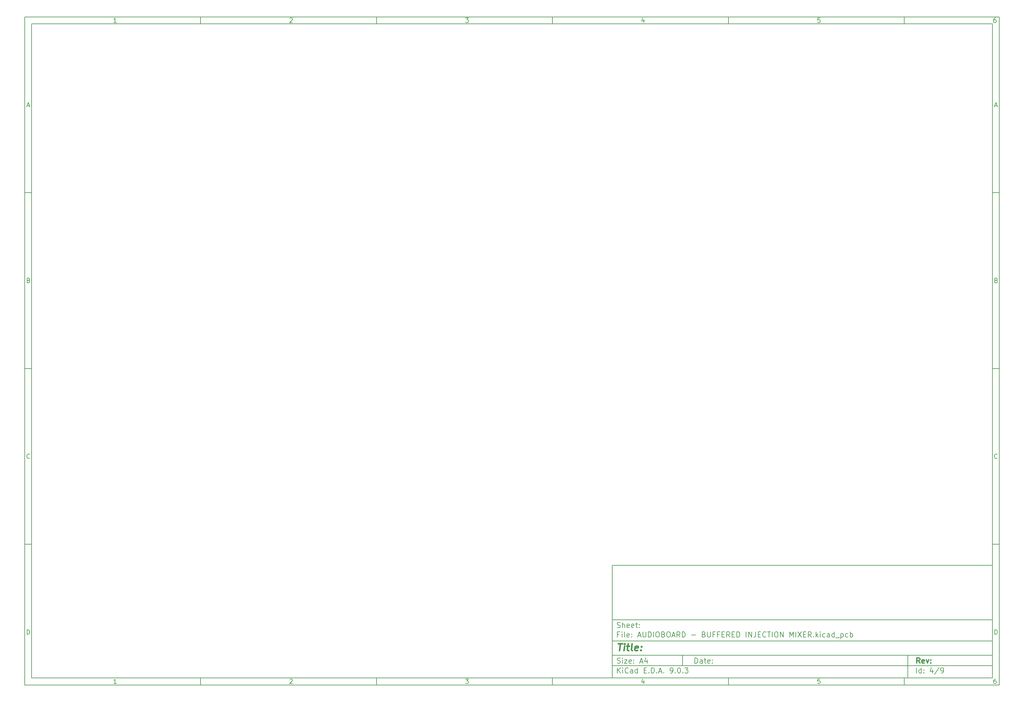
<source format=gbr>
%TF.GenerationSoftware,KiCad,Pcbnew,9.0.3*%
%TF.CreationDate,2025-09-10T01:15:20-07:00*%
%TF.ProjectId,AUDIOBOARD - BUFFERED INJECTION MIXER,41554449-4f42-44f4-9152-44202d204255,rev?*%
%TF.SameCoordinates,Original*%
%TF.FileFunction,Paste,Bot*%
%TF.FilePolarity,Positive*%
%FSLAX46Y46*%
G04 Gerber Fmt 4.6, Leading zero omitted, Abs format (unit mm)*
G04 Created by KiCad (PCBNEW 9.0.3) date 2025-09-10 01:15:20*
%MOMM*%
%LPD*%
G01*
G04 APERTURE LIST*
%ADD10C,0.100000*%
%ADD11C,0.150000*%
%ADD12C,0.300000*%
%ADD13C,0.400000*%
G04 APERTURE END LIST*
D10*
D11*
X177002200Y-166007200D02*
X285002200Y-166007200D01*
X285002200Y-198007200D01*
X177002200Y-198007200D01*
X177002200Y-166007200D01*
D10*
D11*
X10000000Y-10000000D02*
X287002200Y-10000000D01*
X287002200Y-200007200D01*
X10000000Y-200007200D01*
X10000000Y-10000000D01*
D10*
D11*
X12000000Y-12000000D02*
X285002200Y-12000000D01*
X285002200Y-198007200D01*
X12000000Y-198007200D01*
X12000000Y-12000000D01*
D10*
D11*
X60000000Y-12000000D02*
X60000000Y-10000000D01*
D10*
D11*
X110000000Y-12000000D02*
X110000000Y-10000000D01*
D10*
D11*
X160000000Y-12000000D02*
X160000000Y-10000000D01*
D10*
D11*
X210000000Y-12000000D02*
X210000000Y-10000000D01*
D10*
D11*
X260000000Y-12000000D02*
X260000000Y-10000000D01*
D10*
D11*
X36089160Y-11593604D02*
X35346303Y-11593604D01*
X35717731Y-11593604D02*
X35717731Y-10293604D01*
X35717731Y-10293604D02*
X35593922Y-10479319D01*
X35593922Y-10479319D02*
X35470112Y-10603128D01*
X35470112Y-10603128D02*
X35346303Y-10665033D01*
D10*
D11*
X85346303Y-10417414D02*
X85408207Y-10355509D01*
X85408207Y-10355509D02*
X85532017Y-10293604D01*
X85532017Y-10293604D02*
X85841541Y-10293604D01*
X85841541Y-10293604D02*
X85965350Y-10355509D01*
X85965350Y-10355509D02*
X86027255Y-10417414D01*
X86027255Y-10417414D02*
X86089160Y-10541223D01*
X86089160Y-10541223D02*
X86089160Y-10665033D01*
X86089160Y-10665033D02*
X86027255Y-10850747D01*
X86027255Y-10850747D02*
X85284398Y-11593604D01*
X85284398Y-11593604D02*
X86089160Y-11593604D01*
D10*
D11*
X135284398Y-10293604D02*
X136089160Y-10293604D01*
X136089160Y-10293604D02*
X135655826Y-10788842D01*
X135655826Y-10788842D02*
X135841541Y-10788842D01*
X135841541Y-10788842D02*
X135965350Y-10850747D01*
X135965350Y-10850747D02*
X136027255Y-10912652D01*
X136027255Y-10912652D02*
X136089160Y-11036461D01*
X136089160Y-11036461D02*
X136089160Y-11345985D01*
X136089160Y-11345985D02*
X136027255Y-11469795D01*
X136027255Y-11469795D02*
X135965350Y-11531700D01*
X135965350Y-11531700D02*
X135841541Y-11593604D01*
X135841541Y-11593604D02*
X135470112Y-11593604D01*
X135470112Y-11593604D02*
X135346303Y-11531700D01*
X135346303Y-11531700D02*
X135284398Y-11469795D01*
D10*
D11*
X185965350Y-10726938D02*
X185965350Y-11593604D01*
X185655826Y-10231700D02*
X185346303Y-11160271D01*
X185346303Y-11160271D02*
X186151064Y-11160271D01*
D10*
D11*
X236027255Y-10293604D02*
X235408207Y-10293604D01*
X235408207Y-10293604D02*
X235346303Y-10912652D01*
X235346303Y-10912652D02*
X235408207Y-10850747D01*
X235408207Y-10850747D02*
X235532017Y-10788842D01*
X235532017Y-10788842D02*
X235841541Y-10788842D01*
X235841541Y-10788842D02*
X235965350Y-10850747D01*
X235965350Y-10850747D02*
X236027255Y-10912652D01*
X236027255Y-10912652D02*
X236089160Y-11036461D01*
X236089160Y-11036461D02*
X236089160Y-11345985D01*
X236089160Y-11345985D02*
X236027255Y-11469795D01*
X236027255Y-11469795D02*
X235965350Y-11531700D01*
X235965350Y-11531700D02*
X235841541Y-11593604D01*
X235841541Y-11593604D02*
X235532017Y-11593604D01*
X235532017Y-11593604D02*
X235408207Y-11531700D01*
X235408207Y-11531700D02*
X235346303Y-11469795D01*
D10*
D11*
X285965350Y-10293604D02*
X285717731Y-10293604D01*
X285717731Y-10293604D02*
X285593922Y-10355509D01*
X285593922Y-10355509D02*
X285532017Y-10417414D01*
X285532017Y-10417414D02*
X285408207Y-10603128D01*
X285408207Y-10603128D02*
X285346303Y-10850747D01*
X285346303Y-10850747D02*
X285346303Y-11345985D01*
X285346303Y-11345985D02*
X285408207Y-11469795D01*
X285408207Y-11469795D02*
X285470112Y-11531700D01*
X285470112Y-11531700D02*
X285593922Y-11593604D01*
X285593922Y-11593604D02*
X285841541Y-11593604D01*
X285841541Y-11593604D02*
X285965350Y-11531700D01*
X285965350Y-11531700D02*
X286027255Y-11469795D01*
X286027255Y-11469795D02*
X286089160Y-11345985D01*
X286089160Y-11345985D02*
X286089160Y-11036461D01*
X286089160Y-11036461D02*
X286027255Y-10912652D01*
X286027255Y-10912652D02*
X285965350Y-10850747D01*
X285965350Y-10850747D02*
X285841541Y-10788842D01*
X285841541Y-10788842D02*
X285593922Y-10788842D01*
X285593922Y-10788842D02*
X285470112Y-10850747D01*
X285470112Y-10850747D02*
X285408207Y-10912652D01*
X285408207Y-10912652D02*
X285346303Y-11036461D01*
D10*
D11*
X60000000Y-198007200D02*
X60000000Y-200007200D01*
D10*
D11*
X110000000Y-198007200D02*
X110000000Y-200007200D01*
D10*
D11*
X160000000Y-198007200D02*
X160000000Y-200007200D01*
D10*
D11*
X210000000Y-198007200D02*
X210000000Y-200007200D01*
D10*
D11*
X260000000Y-198007200D02*
X260000000Y-200007200D01*
D10*
D11*
X36089160Y-199600804D02*
X35346303Y-199600804D01*
X35717731Y-199600804D02*
X35717731Y-198300804D01*
X35717731Y-198300804D02*
X35593922Y-198486519D01*
X35593922Y-198486519D02*
X35470112Y-198610328D01*
X35470112Y-198610328D02*
X35346303Y-198672233D01*
D10*
D11*
X85346303Y-198424614D02*
X85408207Y-198362709D01*
X85408207Y-198362709D02*
X85532017Y-198300804D01*
X85532017Y-198300804D02*
X85841541Y-198300804D01*
X85841541Y-198300804D02*
X85965350Y-198362709D01*
X85965350Y-198362709D02*
X86027255Y-198424614D01*
X86027255Y-198424614D02*
X86089160Y-198548423D01*
X86089160Y-198548423D02*
X86089160Y-198672233D01*
X86089160Y-198672233D02*
X86027255Y-198857947D01*
X86027255Y-198857947D02*
X85284398Y-199600804D01*
X85284398Y-199600804D02*
X86089160Y-199600804D01*
D10*
D11*
X135284398Y-198300804D02*
X136089160Y-198300804D01*
X136089160Y-198300804D02*
X135655826Y-198796042D01*
X135655826Y-198796042D02*
X135841541Y-198796042D01*
X135841541Y-198796042D02*
X135965350Y-198857947D01*
X135965350Y-198857947D02*
X136027255Y-198919852D01*
X136027255Y-198919852D02*
X136089160Y-199043661D01*
X136089160Y-199043661D02*
X136089160Y-199353185D01*
X136089160Y-199353185D02*
X136027255Y-199476995D01*
X136027255Y-199476995D02*
X135965350Y-199538900D01*
X135965350Y-199538900D02*
X135841541Y-199600804D01*
X135841541Y-199600804D02*
X135470112Y-199600804D01*
X135470112Y-199600804D02*
X135346303Y-199538900D01*
X135346303Y-199538900D02*
X135284398Y-199476995D01*
D10*
D11*
X185965350Y-198734138D02*
X185965350Y-199600804D01*
X185655826Y-198238900D02*
X185346303Y-199167471D01*
X185346303Y-199167471D02*
X186151064Y-199167471D01*
D10*
D11*
X236027255Y-198300804D02*
X235408207Y-198300804D01*
X235408207Y-198300804D02*
X235346303Y-198919852D01*
X235346303Y-198919852D02*
X235408207Y-198857947D01*
X235408207Y-198857947D02*
X235532017Y-198796042D01*
X235532017Y-198796042D02*
X235841541Y-198796042D01*
X235841541Y-198796042D02*
X235965350Y-198857947D01*
X235965350Y-198857947D02*
X236027255Y-198919852D01*
X236027255Y-198919852D02*
X236089160Y-199043661D01*
X236089160Y-199043661D02*
X236089160Y-199353185D01*
X236089160Y-199353185D02*
X236027255Y-199476995D01*
X236027255Y-199476995D02*
X235965350Y-199538900D01*
X235965350Y-199538900D02*
X235841541Y-199600804D01*
X235841541Y-199600804D02*
X235532017Y-199600804D01*
X235532017Y-199600804D02*
X235408207Y-199538900D01*
X235408207Y-199538900D02*
X235346303Y-199476995D01*
D10*
D11*
X285965350Y-198300804D02*
X285717731Y-198300804D01*
X285717731Y-198300804D02*
X285593922Y-198362709D01*
X285593922Y-198362709D02*
X285532017Y-198424614D01*
X285532017Y-198424614D02*
X285408207Y-198610328D01*
X285408207Y-198610328D02*
X285346303Y-198857947D01*
X285346303Y-198857947D02*
X285346303Y-199353185D01*
X285346303Y-199353185D02*
X285408207Y-199476995D01*
X285408207Y-199476995D02*
X285470112Y-199538900D01*
X285470112Y-199538900D02*
X285593922Y-199600804D01*
X285593922Y-199600804D02*
X285841541Y-199600804D01*
X285841541Y-199600804D02*
X285965350Y-199538900D01*
X285965350Y-199538900D02*
X286027255Y-199476995D01*
X286027255Y-199476995D02*
X286089160Y-199353185D01*
X286089160Y-199353185D02*
X286089160Y-199043661D01*
X286089160Y-199043661D02*
X286027255Y-198919852D01*
X286027255Y-198919852D02*
X285965350Y-198857947D01*
X285965350Y-198857947D02*
X285841541Y-198796042D01*
X285841541Y-198796042D02*
X285593922Y-198796042D01*
X285593922Y-198796042D02*
X285470112Y-198857947D01*
X285470112Y-198857947D02*
X285408207Y-198919852D01*
X285408207Y-198919852D02*
X285346303Y-199043661D01*
D10*
D11*
X10000000Y-60000000D02*
X12000000Y-60000000D01*
D10*
D11*
X10000000Y-110000000D02*
X12000000Y-110000000D01*
D10*
D11*
X10000000Y-160000000D02*
X12000000Y-160000000D01*
D10*
D11*
X10690476Y-35222176D02*
X11309523Y-35222176D01*
X10566666Y-35593604D02*
X10999999Y-34293604D01*
X10999999Y-34293604D02*
X11433333Y-35593604D01*
D10*
D11*
X11092857Y-84912652D02*
X11278571Y-84974557D01*
X11278571Y-84974557D02*
X11340476Y-85036461D01*
X11340476Y-85036461D02*
X11402380Y-85160271D01*
X11402380Y-85160271D02*
X11402380Y-85345985D01*
X11402380Y-85345985D02*
X11340476Y-85469795D01*
X11340476Y-85469795D02*
X11278571Y-85531700D01*
X11278571Y-85531700D02*
X11154761Y-85593604D01*
X11154761Y-85593604D02*
X10659523Y-85593604D01*
X10659523Y-85593604D02*
X10659523Y-84293604D01*
X10659523Y-84293604D02*
X11092857Y-84293604D01*
X11092857Y-84293604D02*
X11216666Y-84355509D01*
X11216666Y-84355509D02*
X11278571Y-84417414D01*
X11278571Y-84417414D02*
X11340476Y-84541223D01*
X11340476Y-84541223D02*
X11340476Y-84665033D01*
X11340476Y-84665033D02*
X11278571Y-84788842D01*
X11278571Y-84788842D02*
X11216666Y-84850747D01*
X11216666Y-84850747D02*
X11092857Y-84912652D01*
X11092857Y-84912652D02*
X10659523Y-84912652D01*
D10*
D11*
X11402380Y-135469795D02*
X11340476Y-135531700D01*
X11340476Y-135531700D02*
X11154761Y-135593604D01*
X11154761Y-135593604D02*
X11030952Y-135593604D01*
X11030952Y-135593604D02*
X10845238Y-135531700D01*
X10845238Y-135531700D02*
X10721428Y-135407890D01*
X10721428Y-135407890D02*
X10659523Y-135284080D01*
X10659523Y-135284080D02*
X10597619Y-135036461D01*
X10597619Y-135036461D02*
X10597619Y-134850747D01*
X10597619Y-134850747D02*
X10659523Y-134603128D01*
X10659523Y-134603128D02*
X10721428Y-134479319D01*
X10721428Y-134479319D02*
X10845238Y-134355509D01*
X10845238Y-134355509D02*
X11030952Y-134293604D01*
X11030952Y-134293604D02*
X11154761Y-134293604D01*
X11154761Y-134293604D02*
X11340476Y-134355509D01*
X11340476Y-134355509D02*
X11402380Y-134417414D01*
D10*
D11*
X10659523Y-185593604D02*
X10659523Y-184293604D01*
X10659523Y-184293604D02*
X10969047Y-184293604D01*
X10969047Y-184293604D02*
X11154761Y-184355509D01*
X11154761Y-184355509D02*
X11278571Y-184479319D01*
X11278571Y-184479319D02*
X11340476Y-184603128D01*
X11340476Y-184603128D02*
X11402380Y-184850747D01*
X11402380Y-184850747D02*
X11402380Y-185036461D01*
X11402380Y-185036461D02*
X11340476Y-185284080D01*
X11340476Y-185284080D02*
X11278571Y-185407890D01*
X11278571Y-185407890D02*
X11154761Y-185531700D01*
X11154761Y-185531700D02*
X10969047Y-185593604D01*
X10969047Y-185593604D02*
X10659523Y-185593604D01*
D10*
D11*
X287002200Y-60000000D02*
X285002200Y-60000000D01*
D10*
D11*
X287002200Y-110000000D02*
X285002200Y-110000000D01*
D10*
D11*
X287002200Y-160000000D02*
X285002200Y-160000000D01*
D10*
D11*
X285692676Y-35222176D02*
X286311723Y-35222176D01*
X285568866Y-35593604D02*
X286002199Y-34293604D01*
X286002199Y-34293604D02*
X286435533Y-35593604D01*
D10*
D11*
X286095057Y-84912652D02*
X286280771Y-84974557D01*
X286280771Y-84974557D02*
X286342676Y-85036461D01*
X286342676Y-85036461D02*
X286404580Y-85160271D01*
X286404580Y-85160271D02*
X286404580Y-85345985D01*
X286404580Y-85345985D02*
X286342676Y-85469795D01*
X286342676Y-85469795D02*
X286280771Y-85531700D01*
X286280771Y-85531700D02*
X286156961Y-85593604D01*
X286156961Y-85593604D02*
X285661723Y-85593604D01*
X285661723Y-85593604D02*
X285661723Y-84293604D01*
X285661723Y-84293604D02*
X286095057Y-84293604D01*
X286095057Y-84293604D02*
X286218866Y-84355509D01*
X286218866Y-84355509D02*
X286280771Y-84417414D01*
X286280771Y-84417414D02*
X286342676Y-84541223D01*
X286342676Y-84541223D02*
X286342676Y-84665033D01*
X286342676Y-84665033D02*
X286280771Y-84788842D01*
X286280771Y-84788842D02*
X286218866Y-84850747D01*
X286218866Y-84850747D02*
X286095057Y-84912652D01*
X286095057Y-84912652D02*
X285661723Y-84912652D01*
D10*
D11*
X286404580Y-135469795D02*
X286342676Y-135531700D01*
X286342676Y-135531700D02*
X286156961Y-135593604D01*
X286156961Y-135593604D02*
X286033152Y-135593604D01*
X286033152Y-135593604D02*
X285847438Y-135531700D01*
X285847438Y-135531700D02*
X285723628Y-135407890D01*
X285723628Y-135407890D02*
X285661723Y-135284080D01*
X285661723Y-135284080D02*
X285599819Y-135036461D01*
X285599819Y-135036461D02*
X285599819Y-134850747D01*
X285599819Y-134850747D02*
X285661723Y-134603128D01*
X285661723Y-134603128D02*
X285723628Y-134479319D01*
X285723628Y-134479319D02*
X285847438Y-134355509D01*
X285847438Y-134355509D02*
X286033152Y-134293604D01*
X286033152Y-134293604D02*
X286156961Y-134293604D01*
X286156961Y-134293604D02*
X286342676Y-134355509D01*
X286342676Y-134355509D02*
X286404580Y-134417414D01*
D10*
D11*
X285661723Y-185593604D02*
X285661723Y-184293604D01*
X285661723Y-184293604D02*
X285971247Y-184293604D01*
X285971247Y-184293604D02*
X286156961Y-184355509D01*
X286156961Y-184355509D02*
X286280771Y-184479319D01*
X286280771Y-184479319D02*
X286342676Y-184603128D01*
X286342676Y-184603128D02*
X286404580Y-184850747D01*
X286404580Y-184850747D02*
X286404580Y-185036461D01*
X286404580Y-185036461D02*
X286342676Y-185284080D01*
X286342676Y-185284080D02*
X286280771Y-185407890D01*
X286280771Y-185407890D02*
X286156961Y-185531700D01*
X286156961Y-185531700D02*
X285971247Y-185593604D01*
X285971247Y-185593604D02*
X285661723Y-185593604D01*
D10*
D11*
X200458026Y-193793328D02*
X200458026Y-192293328D01*
X200458026Y-192293328D02*
X200815169Y-192293328D01*
X200815169Y-192293328D02*
X201029455Y-192364757D01*
X201029455Y-192364757D02*
X201172312Y-192507614D01*
X201172312Y-192507614D02*
X201243741Y-192650471D01*
X201243741Y-192650471D02*
X201315169Y-192936185D01*
X201315169Y-192936185D02*
X201315169Y-193150471D01*
X201315169Y-193150471D02*
X201243741Y-193436185D01*
X201243741Y-193436185D02*
X201172312Y-193579042D01*
X201172312Y-193579042D02*
X201029455Y-193721900D01*
X201029455Y-193721900D02*
X200815169Y-193793328D01*
X200815169Y-193793328D02*
X200458026Y-193793328D01*
X202600884Y-193793328D02*
X202600884Y-193007614D01*
X202600884Y-193007614D02*
X202529455Y-192864757D01*
X202529455Y-192864757D02*
X202386598Y-192793328D01*
X202386598Y-192793328D02*
X202100884Y-192793328D01*
X202100884Y-192793328D02*
X201958026Y-192864757D01*
X202600884Y-193721900D02*
X202458026Y-193793328D01*
X202458026Y-193793328D02*
X202100884Y-193793328D01*
X202100884Y-193793328D02*
X201958026Y-193721900D01*
X201958026Y-193721900D02*
X201886598Y-193579042D01*
X201886598Y-193579042D02*
X201886598Y-193436185D01*
X201886598Y-193436185D02*
X201958026Y-193293328D01*
X201958026Y-193293328D02*
X202100884Y-193221900D01*
X202100884Y-193221900D02*
X202458026Y-193221900D01*
X202458026Y-193221900D02*
X202600884Y-193150471D01*
X203100884Y-192793328D02*
X203672312Y-192793328D01*
X203315169Y-192293328D02*
X203315169Y-193579042D01*
X203315169Y-193579042D02*
X203386598Y-193721900D01*
X203386598Y-193721900D02*
X203529455Y-193793328D01*
X203529455Y-193793328D02*
X203672312Y-193793328D01*
X204743741Y-193721900D02*
X204600884Y-193793328D01*
X204600884Y-193793328D02*
X204315170Y-193793328D01*
X204315170Y-193793328D02*
X204172312Y-193721900D01*
X204172312Y-193721900D02*
X204100884Y-193579042D01*
X204100884Y-193579042D02*
X204100884Y-193007614D01*
X204100884Y-193007614D02*
X204172312Y-192864757D01*
X204172312Y-192864757D02*
X204315170Y-192793328D01*
X204315170Y-192793328D02*
X204600884Y-192793328D01*
X204600884Y-192793328D02*
X204743741Y-192864757D01*
X204743741Y-192864757D02*
X204815170Y-193007614D01*
X204815170Y-193007614D02*
X204815170Y-193150471D01*
X204815170Y-193150471D02*
X204100884Y-193293328D01*
X205458026Y-193650471D02*
X205529455Y-193721900D01*
X205529455Y-193721900D02*
X205458026Y-193793328D01*
X205458026Y-193793328D02*
X205386598Y-193721900D01*
X205386598Y-193721900D02*
X205458026Y-193650471D01*
X205458026Y-193650471D02*
X205458026Y-193793328D01*
X205458026Y-192864757D02*
X205529455Y-192936185D01*
X205529455Y-192936185D02*
X205458026Y-193007614D01*
X205458026Y-193007614D02*
X205386598Y-192936185D01*
X205386598Y-192936185D02*
X205458026Y-192864757D01*
X205458026Y-192864757D02*
X205458026Y-193007614D01*
D10*
D11*
X177002200Y-194507200D02*
X285002200Y-194507200D01*
D10*
D11*
X178458026Y-196593328D02*
X178458026Y-195093328D01*
X179315169Y-196593328D02*
X178672312Y-195736185D01*
X179315169Y-195093328D02*
X178458026Y-195950471D01*
X179958026Y-196593328D02*
X179958026Y-195593328D01*
X179958026Y-195093328D02*
X179886598Y-195164757D01*
X179886598Y-195164757D02*
X179958026Y-195236185D01*
X179958026Y-195236185D02*
X180029455Y-195164757D01*
X180029455Y-195164757D02*
X179958026Y-195093328D01*
X179958026Y-195093328D02*
X179958026Y-195236185D01*
X181529455Y-196450471D02*
X181458027Y-196521900D01*
X181458027Y-196521900D02*
X181243741Y-196593328D01*
X181243741Y-196593328D02*
X181100884Y-196593328D01*
X181100884Y-196593328D02*
X180886598Y-196521900D01*
X180886598Y-196521900D02*
X180743741Y-196379042D01*
X180743741Y-196379042D02*
X180672312Y-196236185D01*
X180672312Y-196236185D02*
X180600884Y-195950471D01*
X180600884Y-195950471D02*
X180600884Y-195736185D01*
X180600884Y-195736185D02*
X180672312Y-195450471D01*
X180672312Y-195450471D02*
X180743741Y-195307614D01*
X180743741Y-195307614D02*
X180886598Y-195164757D01*
X180886598Y-195164757D02*
X181100884Y-195093328D01*
X181100884Y-195093328D02*
X181243741Y-195093328D01*
X181243741Y-195093328D02*
X181458027Y-195164757D01*
X181458027Y-195164757D02*
X181529455Y-195236185D01*
X182815170Y-196593328D02*
X182815170Y-195807614D01*
X182815170Y-195807614D02*
X182743741Y-195664757D01*
X182743741Y-195664757D02*
X182600884Y-195593328D01*
X182600884Y-195593328D02*
X182315170Y-195593328D01*
X182315170Y-195593328D02*
X182172312Y-195664757D01*
X182815170Y-196521900D02*
X182672312Y-196593328D01*
X182672312Y-196593328D02*
X182315170Y-196593328D01*
X182315170Y-196593328D02*
X182172312Y-196521900D01*
X182172312Y-196521900D02*
X182100884Y-196379042D01*
X182100884Y-196379042D02*
X182100884Y-196236185D01*
X182100884Y-196236185D02*
X182172312Y-196093328D01*
X182172312Y-196093328D02*
X182315170Y-196021900D01*
X182315170Y-196021900D02*
X182672312Y-196021900D01*
X182672312Y-196021900D02*
X182815170Y-195950471D01*
X184172313Y-196593328D02*
X184172313Y-195093328D01*
X184172313Y-196521900D02*
X184029455Y-196593328D01*
X184029455Y-196593328D02*
X183743741Y-196593328D01*
X183743741Y-196593328D02*
X183600884Y-196521900D01*
X183600884Y-196521900D02*
X183529455Y-196450471D01*
X183529455Y-196450471D02*
X183458027Y-196307614D01*
X183458027Y-196307614D02*
X183458027Y-195879042D01*
X183458027Y-195879042D02*
X183529455Y-195736185D01*
X183529455Y-195736185D02*
X183600884Y-195664757D01*
X183600884Y-195664757D02*
X183743741Y-195593328D01*
X183743741Y-195593328D02*
X184029455Y-195593328D01*
X184029455Y-195593328D02*
X184172313Y-195664757D01*
X186029455Y-195807614D02*
X186529455Y-195807614D01*
X186743741Y-196593328D02*
X186029455Y-196593328D01*
X186029455Y-196593328D02*
X186029455Y-195093328D01*
X186029455Y-195093328D02*
X186743741Y-195093328D01*
X187386598Y-196450471D02*
X187458027Y-196521900D01*
X187458027Y-196521900D02*
X187386598Y-196593328D01*
X187386598Y-196593328D02*
X187315170Y-196521900D01*
X187315170Y-196521900D02*
X187386598Y-196450471D01*
X187386598Y-196450471D02*
X187386598Y-196593328D01*
X188100884Y-196593328D02*
X188100884Y-195093328D01*
X188100884Y-195093328D02*
X188458027Y-195093328D01*
X188458027Y-195093328D02*
X188672313Y-195164757D01*
X188672313Y-195164757D02*
X188815170Y-195307614D01*
X188815170Y-195307614D02*
X188886599Y-195450471D01*
X188886599Y-195450471D02*
X188958027Y-195736185D01*
X188958027Y-195736185D02*
X188958027Y-195950471D01*
X188958027Y-195950471D02*
X188886599Y-196236185D01*
X188886599Y-196236185D02*
X188815170Y-196379042D01*
X188815170Y-196379042D02*
X188672313Y-196521900D01*
X188672313Y-196521900D02*
X188458027Y-196593328D01*
X188458027Y-196593328D02*
X188100884Y-196593328D01*
X189600884Y-196450471D02*
X189672313Y-196521900D01*
X189672313Y-196521900D02*
X189600884Y-196593328D01*
X189600884Y-196593328D02*
X189529456Y-196521900D01*
X189529456Y-196521900D02*
X189600884Y-196450471D01*
X189600884Y-196450471D02*
X189600884Y-196593328D01*
X190243742Y-196164757D02*
X190958028Y-196164757D01*
X190100885Y-196593328D02*
X190600885Y-195093328D01*
X190600885Y-195093328D02*
X191100885Y-196593328D01*
X191600884Y-196450471D02*
X191672313Y-196521900D01*
X191672313Y-196521900D02*
X191600884Y-196593328D01*
X191600884Y-196593328D02*
X191529456Y-196521900D01*
X191529456Y-196521900D02*
X191600884Y-196450471D01*
X191600884Y-196450471D02*
X191600884Y-196593328D01*
X193529456Y-196593328D02*
X193815170Y-196593328D01*
X193815170Y-196593328D02*
X193958027Y-196521900D01*
X193958027Y-196521900D02*
X194029456Y-196450471D01*
X194029456Y-196450471D02*
X194172313Y-196236185D01*
X194172313Y-196236185D02*
X194243742Y-195950471D01*
X194243742Y-195950471D02*
X194243742Y-195379042D01*
X194243742Y-195379042D02*
X194172313Y-195236185D01*
X194172313Y-195236185D02*
X194100885Y-195164757D01*
X194100885Y-195164757D02*
X193958027Y-195093328D01*
X193958027Y-195093328D02*
X193672313Y-195093328D01*
X193672313Y-195093328D02*
X193529456Y-195164757D01*
X193529456Y-195164757D02*
X193458027Y-195236185D01*
X193458027Y-195236185D02*
X193386599Y-195379042D01*
X193386599Y-195379042D02*
X193386599Y-195736185D01*
X193386599Y-195736185D02*
X193458027Y-195879042D01*
X193458027Y-195879042D02*
X193529456Y-195950471D01*
X193529456Y-195950471D02*
X193672313Y-196021900D01*
X193672313Y-196021900D02*
X193958027Y-196021900D01*
X193958027Y-196021900D02*
X194100885Y-195950471D01*
X194100885Y-195950471D02*
X194172313Y-195879042D01*
X194172313Y-195879042D02*
X194243742Y-195736185D01*
X194886598Y-196450471D02*
X194958027Y-196521900D01*
X194958027Y-196521900D02*
X194886598Y-196593328D01*
X194886598Y-196593328D02*
X194815170Y-196521900D01*
X194815170Y-196521900D02*
X194886598Y-196450471D01*
X194886598Y-196450471D02*
X194886598Y-196593328D01*
X195886599Y-195093328D02*
X196029456Y-195093328D01*
X196029456Y-195093328D02*
X196172313Y-195164757D01*
X196172313Y-195164757D02*
X196243742Y-195236185D01*
X196243742Y-195236185D02*
X196315170Y-195379042D01*
X196315170Y-195379042D02*
X196386599Y-195664757D01*
X196386599Y-195664757D02*
X196386599Y-196021900D01*
X196386599Y-196021900D02*
X196315170Y-196307614D01*
X196315170Y-196307614D02*
X196243742Y-196450471D01*
X196243742Y-196450471D02*
X196172313Y-196521900D01*
X196172313Y-196521900D02*
X196029456Y-196593328D01*
X196029456Y-196593328D02*
X195886599Y-196593328D01*
X195886599Y-196593328D02*
X195743742Y-196521900D01*
X195743742Y-196521900D02*
X195672313Y-196450471D01*
X195672313Y-196450471D02*
X195600884Y-196307614D01*
X195600884Y-196307614D02*
X195529456Y-196021900D01*
X195529456Y-196021900D02*
X195529456Y-195664757D01*
X195529456Y-195664757D02*
X195600884Y-195379042D01*
X195600884Y-195379042D02*
X195672313Y-195236185D01*
X195672313Y-195236185D02*
X195743742Y-195164757D01*
X195743742Y-195164757D02*
X195886599Y-195093328D01*
X197029455Y-196450471D02*
X197100884Y-196521900D01*
X197100884Y-196521900D02*
X197029455Y-196593328D01*
X197029455Y-196593328D02*
X196958027Y-196521900D01*
X196958027Y-196521900D02*
X197029455Y-196450471D01*
X197029455Y-196450471D02*
X197029455Y-196593328D01*
X197600884Y-195093328D02*
X198529456Y-195093328D01*
X198529456Y-195093328D02*
X198029456Y-195664757D01*
X198029456Y-195664757D02*
X198243741Y-195664757D01*
X198243741Y-195664757D02*
X198386599Y-195736185D01*
X198386599Y-195736185D02*
X198458027Y-195807614D01*
X198458027Y-195807614D02*
X198529456Y-195950471D01*
X198529456Y-195950471D02*
X198529456Y-196307614D01*
X198529456Y-196307614D02*
X198458027Y-196450471D01*
X198458027Y-196450471D02*
X198386599Y-196521900D01*
X198386599Y-196521900D02*
X198243741Y-196593328D01*
X198243741Y-196593328D02*
X197815170Y-196593328D01*
X197815170Y-196593328D02*
X197672313Y-196521900D01*
X197672313Y-196521900D02*
X197600884Y-196450471D01*
D10*
D11*
X177002200Y-191507200D02*
X285002200Y-191507200D01*
D10*
D12*
X264413853Y-193785528D02*
X263913853Y-193071242D01*
X263556710Y-193785528D02*
X263556710Y-192285528D01*
X263556710Y-192285528D02*
X264128139Y-192285528D01*
X264128139Y-192285528D02*
X264270996Y-192356957D01*
X264270996Y-192356957D02*
X264342425Y-192428385D01*
X264342425Y-192428385D02*
X264413853Y-192571242D01*
X264413853Y-192571242D02*
X264413853Y-192785528D01*
X264413853Y-192785528D02*
X264342425Y-192928385D01*
X264342425Y-192928385D02*
X264270996Y-192999814D01*
X264270996Y-192999814D02*
X264128139Y-193071242D01*
X264128139Y-193071242D02*
X263556710Y-193071242D01*
X265628139Y-193714100D02*
X265485282Y-193785528D01*
X265485282Y-193785528D02*
X265199568Y-193785528D01*
X265199568Y-193785528D02*
X265056710Y-193714100D01*
X265056710Y-193714100D02*
X264985282Y-193571242D01*
X264985282Y-193571242D02*
X264985282Y-192999814D01*
X264985282Y-192999814D02*
X265056710Y-192856957D01*
X265056710Y-192856957D02*
X265199568Y-192785528D01*
X265199568Y-192785528D02*
X265485282Y-192785528D01*
X265485282Y-192785528D02*
X265628139Y-192856957D01*
X265628139Y-192856957D02*
X265699568Y-192999814D01*
X265699568Y-192999814D02*
X265699568Y-193142671D01*
X265699568Y-193142671D02*
X264985282Y-193285528D01*
X266199567Y-192785528D02*
X266556710Y-193785528D01*
X266556710Y-193785528D02*
X266913853Y-192785528D01*
X267485281Y-193642671D02*
X267556710Y-193714100D01*
X267556710Y-193714100D02*
X267485281Y-193785528D01*
X267485281Y-193785528D02*
X267413853Y-193714100D01*
X267413853Y-193714100D02*
X267485281Y-193642671D01*
X267485281Y-193642671D02*
X267485281Y-193785528D01*
X267485281Y-192856957D02*
X267556710Y-192928385D01*
X267556710Y-192928385D02*
X267485281Y-192999814D01*
X267485281Y-192999814D02*
X267413853Y-192928385D01*
X267413853Y-192928385D02*
X267485281Y-192856957D01*
X267485281Y-192856957D02*
X267485281Y-192999814D01*
D10*
D11*
X178386598Y-193721900D02*
X178600884Y-193793328D01*
X178600884Y-193793328D02*
X178958026Y-193793328D01*
X178958026Y-193793328D02*
X179100884Y-193721900D01*
X179100884Y-193721900D02*
X179172312Y-193650471D01*
X179172312Y-193650471D02*
X179243741Y-193507614D01*
X179243741Y-193507614D02*
X179243741Y-193364757D01*
X179243741Y-193364757D02*
X179172312Y-193221900D01*
X179172312Y-193221900D02*
X179100884Y-193150471D01*
X179100884Y-193150471D02*
X178958026Y-193079042D01*
X178958026Y-193079042D02*
X178672312Y-193007614D01*
X178672312Y-193007614D02*
X178529455Y-192936185D01*
X178529455Y-192936185D02*
X178458026Y-192864757D01*
X178458026Y-192864757D02*
X178386598Y-192721900D01*
X178386598Y-192721900D02*
X178386598Y-192579042D01*
X178386598Y-192579042D02*
X178458026Y-192436185D01*
X178458026Y-192436185D02*
X178529455Y-192364757D01*
X178529455Y-192364757D02*
X178672312Y-192293328D01*
X178672312Y-192293328D02*
X179029455Y-192293328D01*
X179029455Y-192293328D02*
X179243741Y-192364757D01*
X179886597Y-193793328D02*
X179886597Y-192793328D01*
X179886597Y-192293328D02*
X179815169Y-192364757D01*
X179815169Y-192364757D02*
X179886597Y-192436185D01*
X179886597Y-192436185D02*
X179958026Y-192364757D01*
X179958026Y-192364757D02*
X179886597Y-192293328D01*
X179886597Y-192293328D02*
X179886597Y-192436185D01*
X180458026Y-192793328D02*
X181243741Y-192793328D01*
X181243741Y-192793328D02*
X180458026Y-193793328D01*
X180458026Y-193793328D02*
X181243741Y-193793328D01*
X182386598Y-193721900D02*
X182243741Y-193793328D01*
X182243741Y-193793328D02*
X181958027Y-193793328D01*
X181958027Y-193793328D02*
X181815169Y-193721900D01*
X181815169Y-193721900D02*
X181743741Y-193579042D01*
X181743741Y-193579042D02*
X181743741Y-193007614D01*
X181743741Y-193007614D02*
X181815169Y-192864757D01*
X181815169Y-192864757D02*
X181958027Y-192793328D01*
X181958027Y-192793328D02*
X182243741Y-192793328D01*
X182243741Y-192793328D02*
X182386598Y-192864757D01*
X182386598Y-192864757D02*
X182458027Y-193007614D01*
X182458027Y-193007614D02*
X182458027Y-193150471D01*
X182458027Y-193150471D02*
X181743741Y-193293328D01*
X183100883Y-193650471D02*
X183172312Y-193721900D01*
X183172312Y-193721900D02*
X183100883Y-193793328D01*
X183100883Y-193793328D02*
X183029455Y-193721900D01*
X183029455Y-193721900D02*
X183100883Y-193650471D01*
X183100883Y-193650471D02*
X183100883Y-193793328D01*
X183100883Y-192864757D02*
X183172312Y-192936185D01*
X183172312Y-192936185D02*
X183100883Y-193007614D01*
X183100883Y-193007614D02*
X183029455Y-192936185D01*
X183029455Y-192936185D02*
X183100883Y-192864757D01*
X183100883Y-192864757D02*
X183100883Y-193007614D01*
X184886598Y-193364757D02*
X185600884Y-193364757D01*
X184743741Y-193793328D02*
X185243741Y-192293328D01*
X185243741Y-192293328D02*
X185743741Y-193793328D01*
X186886598Y-192793328D02*
X186886598Y-193793328D01*
X186529455Y-192221900D02*
X186172312Y-193293328D01*
X186172312Y-193293328D02*
X187100883Y-193293328D01*
D10*
D11*
X263458026Y-196593328D02*
X263458026Y-195093328D01*
X264815170Y-196593328D02*
X264815170Y-195093328D01*
X264815170Y-196521900D02*
X264672312Y-196593328D01*
X264672312Y-196593328D02*
X264386598Y-196593328D01*
X264386598Y-196593328D02*
X264243741Y-196521900D01*
X264243741Y-196521900D02*
X264172312Y-196450471D01*
X264172312Y-196450471D02*
X264100884Y-196307614D01*
X264100884Y-196307614D02*
X264100884Y-195879042D01*
X264100884Y-195879042D02*
X264172312Y-195736185D01*
X264172312Y-195736185D02*
X264243741Y-195664757D01*
X264243741Y-195664757D02*
X264386598Y-195593328D01*
X264386598Y-195593328D02*
X264672312Y-195593328D01*
X264672312Y-195593328D02*
X264815170Y-195664757D01*
X265529455Y-196450471D02*
X265600884Y-196521900D01*
X265600884Y-196521900D02*
X265529455Y-196593328D01*
X265529455Y-196593328D02*
X265458027Y-196521900D01*
X265458027Y-196521900D02*
X265529455Y-196450471D01*
X265529455Y-196450471D02*
X265529455Y-196593328D01*
X265529455Y-195664757D02*
X265600884Y-195736185D01*
X265600884Y-195736185D02*
X265529455Y-195807614D01*
X265529455Y-195807614D02*
X265458027Y-195736185D01*
X265458027Y-195736185D02*
X265529455Y-195664757D01*
X265529455Y-195664757D02*
X265529455Y-195807614D01*
X268029456Y-195593328D02*
X268029456Y-196593328D01*
X267672313Y-195021900D02*
X267315170Y-196093328D01*
X267315170Y-196093328D02*
X268243741Y-196093328D01*
X269886598Y-195021900D02*
X268600884Y-196950471D01*
X270458027Y-196593328D02*
X270743741Y-196593328D01*
X270743741Y-196593328D02*
X270886598Y-196521900D01*
X270886598Y-196521900D02*
X270958027Y-196450471D01*
X270958027Y-196450471D02*
X271100884Y-196236185D01*
X271100884Y-196236185D02*
X271172313Y-195950471D01*
X271172313Y-195950471D02*
X271172313Y-195379042D01*
X271172313Y-195379042D02*
X271100884Y-195236185D01*
X271100884Y-195236185D02*
X271029456Y-195164757D01*
X271029456Y-195164757D02*
X270886598Y-195093328D01*
X270886598Y-195093328D02*
X270600884Y-195093328D01*
X270600884Y-195093328D02*
X270458027Y-195164757D01*
X270458027Y-195164757D02*
X270386598Y-195236185D01*
X270386598Y-195236185D02*
X270315170Y-195379042D01*
X270315170Y-195379042D02*
X270315170Y-195736185D01*
X270315170Y-195736185D02*
X270386598Y-195879042D01*
X270386598Y-195879042D02*
X270458027Y-195950471D01*
X270458027Y-195950471D02*
X270600884Y-196021900D01*
X270600884Y-196021900D02*
X270886598Y-196021900D01*
X270886598Y-196021900D02*
X271029456Y-195950471D01*
X271029456Y-195950471D02*
X271100884Y-195879042D01*
X271100884Y-195879042D02*
X271172313Y-195736185D01*
D10*
D11*
X177002200Y-187507200D02*
X285002200Y-187507200D01*
D10*
D13*
X178693928Y-188211638D02*
X179836785Y-188211638D01*
X179015357Y-190211638D02*
X179265357Y-188211638D01*
X180253452Y-190211638D02*
X180420119Y-188878304D01*
X180503452Y-188211638D02*
X180396309Y-188306876D01*
X180396309Y-188306876D02*
X180479643Y-188402114D01*
X180479643Y-188402114D02*
X180586786Y-188306876D01*
X180586786Y-188306876D02*
X180503452Y-188211638D01*
X180503452Y-188211638D02*
X180479643Y-188402114D01*
X181086786Y-188878304D02*
X181848690Y-188878304D01*
X181455833Y-188211638D02*
X181241548Y-189925923D01*
X181241548Y-189925923D02*
X181312976Y-190116400D01*
X181312976Y-190116400D02*
X181491548Y-190211638D01*
X181491548Y-190211638D02*
X181682024Y-190211638D01*
X182634405Y-190211638D02*
X182455833Y-190116400D01*
X182455833Y-190116400D02*
X182384405Y-189925923D01*
X182384405Y-189925923D02*
X182598690Y-188211638D01*
X184170119Y-190116400D02*
X183967738Y-190211638D01*
X183967738Y-190211638D02*
X183586785Y-190211638D01*
X183586785Y-190211638D02*
X183408214Y-190116400D01*
X183408214Y-190116400D02*
X183336785Y-189925923D01*
X183336785Y-189925923D02*
X183432024Y-189164019D01*
X183432024Y-189164019D02*
X183551071Y-188973542D01*
X183551071Y-188973542D02*
X183753452Y-188878304D01*
X183753452Y-188878304D02*
X184134404Y-188878304D01*
X184134404Y-188878304D02*
X184312976Y-188973542D01*
X184312976Y-188973542D02*
X184384404Y-189164019D01*
X184384404Y-189164019D02*
X184360595Y-189354495D01*
X184360595Y-189354495D02*
X183384404Y-189544971D01*
X185134405Y-190021161D02*
X185217738Y-190116400D01*
X185217738Y-190116400D02*
X185110595Y-190211638D01*
X185110595Y-190211638D02*
X185027262Y-190116400D01*
X185027262Y-190116400D02*
X185134405Y-190021161D01*
X185134405Y-190021161D02*
X185110595Y-190211638D01*
X185265357Y-188973542D02*
X185348690Y-189068780D01*
X185348690Y-189068780D02*
X185241548Y-189164019D01*
X185241548Y-189164019D02*
X185158214Y-189068780D01*
X185158214Y-189068780D02*
X185265357Y-188973542D01*
X185265357Y-188973542D02*
X185241548Y-189164019D01*
D10*
D11*
X178958026Y-185607614D02*
X178458026Y-185607614D01*
X178458026Y-186393328D02*
X178458026Y-184893328D01*
X178458026Y-184893328D02*
X179172312Y-184893328D01*
X179743740Y-186393328D02*
X179743740Y-185393328D01*
X179743740Y-184893328D02*
X179672312Y-184964757D01*
X179672312Y-184964757D02*
X179743740Y-185036185D01*
X179743740Y-185036185D02*
X179815169Y-184964757D01*
X179815169Y-184964757D02*
X179743740Y-184893328D01*
X179743740Y-184893328D02*
X179743740Y-185036185D01*
X180672312Y-186393328D02*
X180529455Y-186321900D01*
X180529455Y-186321900D02*
X180458026Y-186179042D01*
X180458026Y-186179042D02*
X180458026Y-184893328D01*
X181815169Y-186321900D02*
X181672312Y-186393328D01*
X181672312Y-186393328D02*
X181386598Y-186393328D01*
X181386598Y-186393328D02*
X181243740Y-186321900D01*
X181243740Y-186321900D02*
X181172312Y-186179042D01*
X181172312Y-186179042D02*
X181172312Y-185607614D01*
X181172312Y-185607614D02*
X181243740Y-185464757D01*
X181243740Y-185464757D02*
X181386598Y-185393328D01*
X181386598Y-185393328D02*
X181672312Y-185393328D01*
X181672312Y-185393328D02*
X181815169Y-185464757D01*
X181815169Y-185464757D02*
X181886598Y-185607614D01*
X181886598Y-185607614D02*
X181886598Y-185750471D01*
X181886598Y-185750471D02*
X181172312Y-185893328D01*
X182529454Y-186250471D02*
X182600883Y-186321900D01*
X182600883Y-186321900D02*
X182529454Y-186393328D01*
X182529454Y-186393328D02*
X182458026Y-186321900D01*
X182458026Y-186321900D02*
X182529454Y-186250471D01*
X182529454Y-186250471D02*
X182529454Y-186393328D01*
X182529454Y-185464757D02*
X182600883Y-185536185D01*
X182600883Y-185536185D02*
X182529454Y-185607614D01*
X182529454Y-185607614D02*
X182458026Y-185536185D01*
X182458026Y-185536185D02*
X182529454Y-185464757D01*
X182529454Y-185464757D02*
X182529454Y-185607614D01*
X184315169Y-185964757D02*
X185029455Y-185964757D01*
X184172312Y-186393328D02*
X184672312Y-184893328D01*
X184672312Y-184893328D02*
X185172312Y-186393328D01*
X185672311Y-184893328D02*
X185672311Y-186107614D01*
X185672311Y-186107614D02*
X185743740Y-186250471D01*
X185743740Y-186250471D02*
X185815169Y-186321900D01*
X185815169Y-186321900D02*
X185958026Y-186393328D01*
X185958026Y-186393328D02*
X186243740Y-186393328D01*
X186243740Y-186393328D02*
X186386597Y-186321900D01*
X186386597Y-186321900D02*
X186458026Y-186250471D01*
X186458026Y-186250471D02*
X186529454Y-186107614D01*
X186529454Y-186107614D02*
X186529454Y-184893328D01*
X187243740Y-186393328D02*
X187243740Y-184893328D01*
X187243740Y-184893328D02*
X187600883Y-184893328D01*
X187600883Y-184893328D02*
X187815169Y-184964757D01*
X187815169Y-184964757D02*
X187958026Y-185107614D01*
X187958026Y-185107614D02*
X188029455Y-185250471D01*
X188029455Y-185250471D02*
X188100883Y-185536185D01*
X188100883Y-185536185D02*
X188100883Y-185750471D01*
X188100883Y-185750471D02*
X188029455Y-186036185D01*
X188029455Y-186036185D02*
X187958026Y-186179042D01*
X187958026Y-186179042D02*
X187815169Y-186321900D01*
X187815169Y-186321900D02*
X187600883Y-186393328D01*
X187600883Y-186393328D02*
X187243740Y-186393328D01*
X188743740Y-186393328D02*
X188743740Y-184893328D01*
X189743741Y-184893328D02*
X190029455Y-184893328D01*
X190029455Y-184893328D02*
X190172312Y-184964757D01*
X190172312Y-184964757D02*
X190315169Y-185107614D01*
X190315169Y-185107614D02*
X190386598Y-185393328D01*
X190386598Y-185393328D02*
X190386598Y-185893328D01*
X190386598Y-185893328D02*
X190315169Y-186179042D01*
X190315169Y-186179042D02*
X190172312Y-186321900D01*
X190172312Y-186321900D02*
X190029455Y-186393328D01*
X190029455Y-186393328D02*
X189743741Y-186393328D01*
X189743741Y-186393328D02*
X189600884Y-186321900D01*
X189600884Y-186321900D02*
X189458026Y-186179042D01*
X189458026Y-186179042D02*
X189386598Y-185893328D01*
X189386598Y-185893328D02*
X189386598Y-185393328D01*
X189386598Y-185393328D02*
X189458026Y-185107614D01*
X189458026Y-185107614D02*
X189600884Y-184964757D01*
X189600884Y-184964757D02*
X189743741Y-184893328D01*
X191529455Y-185607614D02*
X191743741Y-185679042D01*
X191743741Y-185679042D02*
X191815170Y-185750471D01*
X191815170Y-185750471D02*
X191886598Y-185893328D01*
X191886598Y-185893328D02*
X191886598Y-186107614D01*
X191886598Y-186107614D02*
X191815170Y-186250471D01*
X191815170Y-186250471D02*
X191743741Y-186321900D01*
X191743741Y-186321900D02*
X191600884Y-186393328D01*
X191600884Y-186393328D02*
X191029455Y-186393328D01*
X191029455Y-186393328D02*
X191029455Y-184893328D01*
X191029455Y-184893328D02*
X191529455Y-184893328D01*
X191529455Y-184893328D02*
X191672313Y-184964757D01*
X191672313Y-184964757D02*
X191743741Y-185036185D01*
X191743741Y-185036185D02*
X191815170Y-185179042D01*
X191815170Y-185179042D02*
X191815170Y-185321900D01*
X191815170Y-185321900D02*
X191743741Y-185464757D01*
X191743741Y-185464757D02*
X191672313Y-185536185D01*
X191672313Y-185536185D02*
X191529455Y-185607614D01*
X191529455Y-185607614D02*
X191029455Y-185607614D01*
X192815170Y-184893328D02*
X193100884Y-184893328D01*
X193100884Y-184893328D02*
X193243741Y-184964757D01*
X193243741Y-184964757D02*
X193386598Y-185107614D01*
X193386598Y-185107614D02*
X193458027Y-185393328D01*
X193458027Y-185393328D02*
X193458027Y-185893328D01*
X193458027Y-185893328D02*
X193386598Y-186179042D01*
X193386598Y-186179042D02*
X193243741Y-186321900D01*
X193243741Y-186321900D02*
X193100884Y-186393328D01*
X193100884Y-186393328D02*
X192815170Y-186393328D01*
X192815170Y-186393328D02*
X192672313Y-186321900D01*
X192672313Y-186321900D02*
X192529455Y-186179042D01*
X192529455Y-186179042D02*
X192458027Y-185893328D01*
X192458027Y-185893328D02*
X192458027Y-185393328D01*
X192458027Y-185393328D02*
X192529455Y-185107614D01*
X192529455Y-185107614D02*
X192672313Y-184964757D01*
X192672313Y-184964757D02*
X192815170Y-184893328D01*
X194029456Y-185964757D02*
X194743742Y-185964757D01*
X193886599Y-186393328D02*
X194386599Y-184893328D01*
X194386599Y-184893328D02*
X194886599Y-186393328D01*
X196243741Y-186393328D02*
X195743741Y-185679042D01*
X195386598Y-186393328D02*
X195386598Y-184893328D01*
X195386598Y-184893328D02*
X195958027Y-184893328D01*
X195958027Y-184893328D02*
X196100884Y-184964757D01*
X196100884Y-184964757D02*
X196172313Y-185036185D01*
X196172313Y-185036185D02*
X196243741Y-185179042D01*
X196243741Y-185179042D02*
X196243741Y-185393328D01*
X196243741Y-185393328D02*
X196172313Y-185536185D01*
X196172313Y-185536185D02*
X196100884Y-185607614D01*
X196100884Y-185607614D02*
X195958027Y-185679042D01*
X195958027Y-185679042D02*
X195386598Y-185679042D01*
X196886598Y-186393328D02*
X196886598Y-184893328D01*
X196886598Y-184893328D02*
X197243741Y-184893328D01*
X197243741Y-184893328D02*
X197458027Y-184964757D01*
X197458027Y-184964757D02*
X197600884Y-185107614D01*
X197600884Y-185107614D02*
X197672313Y-185250471D01*
X197672313Y-185250471D02*
X197743741Y-185536185D01*
X197743741Y-185536185D02*
X197743741Y-185750471D01*
X197743741Y-185750471D02*
X197672313Y-186036185D01*
X197672313Y-186036185D02*
X197600884Y-186179042D01*
X197600884Y-186179042D02*
X197458027Y-186321900D01*
X197458027Y-186321900D02*
X197243741Y-186393328D01*
X197243741Y-186393328D02*
X196886598Y-186393328D01*
X199529455Y-185821900D02*
X200672313Y-185821900D01*
X203029455Y-185607614D02*
X203243741Y-185679042D01*
X203243741Y-185679042D02*
X203315170Y-185750471D01*
X203315170Y-185750471D02*
X203386598Y-185893328D01*
X203386598Y-185893328D02*
X203386598Y-186107614D01*
X203386598Y-186107614D02*
X203315170Y-186250471D01*
X203315170Y-186250471D02*
X203243741Y-186321900D01*
X203243741Y-186321900D02*
X203100884Y-186393328D01*
X203100884Y-186393328D02*
X202529455Y-186393328D01*
X202529455Y-186393328D02*
X202529455Y-184893328D01*
X202529455Y-184893328D02*
X203029455Y-184893328D01*
X203029455Y-184893328D02*
X203172313Y-184964757D01*
X203172313Y-184964757D02*
X203243741Y-185036185D01*
X203243741Y-185036185D02*
X203315170Y-185179042D01*
X203315170Y-185179042D02*
X203315170Y-185321900D01*
X203315170Y-185321900D02*
X203243741Y-185464757D01*
X203243741Y-185464757D02*
X203172313Y-185536185D01*
X203172313Y-185536185D02*
X203029455Y-185607614D01*
X203029455Y-185607614D02*
X202529455Y-185607614D01*
X204029455Y-184893328D02*
X204029455Y-186107614D01*
X204029455Y-186107614D02*
X204100884Y-186250471D01*
X204100884Y-186250471D02*
X204172313Y-186321900D01*
X204172313Y-186321900D02*
X204315170Y-186393328D01*
X204315170Y-186393328D02*
X204600884Y-186393328D01*
X204600884Y-186393328D02*
X204743741Y-186321900D01*
X204743741Y-186321900D02*
X204815170Y-186250471D01*
X204815170Y-186250471D02*
X204886598Y-186107614D01*
X204886598Y-186107614D02*
X204886598Y-184893328D01*
X206100884Y-185607614D02*
X205600884Y-185607614D01*
X205600884Y-186393328D02*
X205600884Y-184893328D01*
X205600884Y-184893328D02*
X206315170Y-184893328D01*
X207386598Y-185607614D02*
X206886598Y-185607614D01*
X206886598Y-186393328D02*
X206886598Y-184893328D01*
X206886598Y-184893328D02*
X207600884Y-184893328D01*
X208172312Y-185607614D02*
X208672312Y-185607614D01*
X208886598Y-186393328D02*
X208172312Y-186393328D01*
X208172312Y-186393328D02*
X208172312Y-184893328D01*
X208172312Y-184893328D02*
X208886598Y-184893328D01*
X210386598Y-186393328D02*
X209886598Y-185679042D01*
X209529455Y-186393328D02*
X209529455Y-184893328D01*
X209529455Y-184893328D02*
X210100884Y-184893328D01*
X210100884Y-184893328D02*
X210243741Y-184964757D01*
X210243741Y-184964757D02*
X210315170Y-185036185D01*
X210315170Y-185036185D02*
X210386598Y-185179042D01*
X210386598Y-185179042D02*
X210386598Y-185393328D01*
X210386598Y-185393328D02*
X210315170Y-185536185D01*
X210315170Y-185536185D02*
X210243741Y-185607614D01*
X210243741Y-185607614D02*
X210100884Y-185679042D01*
X210100884Y-185679042D02*
X209529455Y-185679042D01*
X211029455Y-185607614D02*
X211529455Y-185607614D01*
X211743741Y-186393328D02*
X211029455Y-186393328D01*
X211029455Y-186393328D02*
X211029455Y-184893328D01*
X211029455Y-184893328D02*
X211743741Y-184893328D01*
X212386598Y-186393328D02*
X212386598Y-184893328D01*
X212386598Y-184893328D02*
X212743741Y-184893328D01*
X212743741Y-184893328D02*
X212958027Y-184964757D01*
X212958027Y-184964757D02*
X213100884Y-185107614D01*
X213100884Y-185107614D02*
X213172313Y-185250471D01*
X213172313Y-185250471D02*
X213243741Y-185536185D01*
X213243741Y-185536185D02*
X213243741Y-185750471D01*
X213243741Y-185750471D02*
X213172313Y-186036185D01*
X213172313Y-186036185D02*
X213100884Y-186179042D01*
X213100884Y-186179042D02*
X212958027Y-186321900D01*
X212958027Y-186321900D02*
X212743741Y-186393328D01*
X212743741Y-186393328D02*
X212386598Y-186393328D01*
X215029455Y-186393328D02*
X215029455Y-184893328D01*
X215743741Y-186393328D02*
X215743741Y-184893328D01*
X215743741Y-184893328D02*
X216600884Y-186393328D01*
X216600884Y-186393328D02*
X216600884Y-184893328D01*
X217743742Y-184893328D02*
X217743742Y-185964757D01*
X217743742Y-185964757D02*
X217672313Y-186179042D01*
X217672313Y-186179042D02*
X217529456Y-186321900D01*
X217529456Y-186321900D02*
X217315170Y-186393328D01*
X217315170Y-186393328D02*
X217172313Y-186393328D01*
X218458027Y-185607614D02*
X218958027Y-185607614D01*
X219172313Y-186393328D02*
X218458027Y-186393328D01*
X218458027Y-186393328D02*
X218458027Y-184893328D01*
X218458027Y-184893328D02*
X219172313Y-184893328D01*
X220672313Y-186250471D02*
X220600885Y-186321900D01*
X220600885Y-186321900D02*
X220386599Y-186393328D01*
X220386599Y-186393328D02*
X220243742Y-186393328D01*
X220243742Y-186393328D02*
X220029456Y-186321900D01*
X220029456Y-186321900D02*
X219886599Y-186179042D01*
X219886599Y-186179042D02*
X219815170Y-186036185D01*
X219815170Y-186036185D02*
X219743742Y-185750471D01*
X219743742Y-185750471D02*
X219743742Y-185536185D01*
X219743742Y-185536185D02*
X219815170Y-185250471D01*
X219815170Y-185250471D02*
X219886599Y-185107614D01*
X219886599Y-185107614D02*
X220029456Y-184964757D01*
X220029456Y-184964757D02*
X220243742Y-184893328D01*
X220243742Y-184893328D02*
X220386599Y-184893328D01*
X220386599Y-184893328D02*
X220600885Y-184964757D01*
X220600885Y-184964757D02*
X220672313Y-185036185D01*
X221100885Y-184893328D02*
X221958028Y-184893328D01*
X221529456Y-186393328D02*
X221529456Y-184893328D01*
X222458027Y-186393328D02*
X222458027Y-184893328D01*
X223458028Y-184893328D02*
X223743742Y-184893328D01*
X223743742Y-184893328D02*
X223886599Y-184964757D01*
X223886599Y-184964757D02*
X224029456Y-185107614D01*
X224029456Y-185107614D02*
X224100885Y-185393328D01*
X224100885Y-185393328D02*
X224100885Y-185893328D01*
X224100885Y-185893328D02*
X224029456Y-186179042D01*
X224029456Y-186179042D02*
X223886599Y-186321900D01*
X223886599Y-186321900D02*
X223743742Y-186393328D01*
X223743742Y-186393328D02*
X223458028Y-186393328D01*
X223458028Y-186393328D02*
X223315171Y-186321900D01*
X223315171Y-186321900D02*
X223172313Y-186179042D01*
X223172313Y-186179042D02*
X223100885Y-185893328D01*
X223100885Y-185893328D02*
X223100885Y-185393328D01*
X223100885Y-185393328D02*
X223172313Y-185107614D01*
X223172313Y-185107614D02*
X223315171Y-184964757D01*
X223315171Y-184964757D02*
X223458028Y-184893328D01*
X224743742Y-186393328D02*
X224743742Y-184893328D01*
X224743742Y-184893328D02*
X225600885Y-186393328D01*
X225600885Y-186393328D02*
X225600885Y-184893328D01*
X227458028Y-186393328D02*
X227458028Y-184893328D01*
X227458028Y-184893328D02*
X227958028Y-185964757D01*
X227958028Y-185964757D02*
X228458028Y-184893328D01*
X228458028Y-184893328D02*
X228458028Y-186393328D01*
X229172314Y-186393328D02*
X229172314Y-184893328D01*
X229743743Y-184893328D02*
X230743743Y-186393328D01*
X230743743Y-184893328D02*
X229743743Y-186393328D01*
X231315171Y-185607614D02*
X231815171Y-185607614D01*
X232029457Y-186393328D02*
X231315171Y-186393328D01*
X231315171Y-186393328D02*
X231315171Y-184893328D01*
X231315171Y-184893328D02*
X232029457Y-184893328D01*
X233529457Y-186393328D02*
X233029457Y-185679042D01*
X232672314Y-186393328D02*
X232672314Y-184893328D01*
X232672314Y-184893328D02*
X233243743Y-184893328D01*
X233243743Y-184893328D02*
X233386600Y-184964757D01*
X233386600Y-184964757D02*
X233458029Y-185036185D01*
X233458029Y-185036185D02*
X233529457Y-185179042D01*
X233529457Y-185179042D02*
X233529457Y-185393328D01*
X233529457Y-185393328D02*
X233458029Y-185536185D01*
X233458029Y-185536185D02*
X233386600Y-185607614D01*
X233386600Y-185607614D02*
X233243743Y-185679042D01*
X233243743Y-185679042D02*
X232672314Y-185679042D01*
X234172314Y-186250471D02*
X234243743Y-186321900D01*
X234243743Y-186321900D02*
X234172314Y-186393328D01*
X234172314Y-186393328D02*
X234100886Y-186321900D01*
X234100886Y-186321900D02*
X234172314Y-186250471D01*
X234172314Y-186250471D02*
X234172314Y-186393328D01*
X234886600Y-186393328D02*
X234886600Y-184893328D01*
X235029458Y-185821900D02*
X235458029Y-186393328D01*
X235458029Y-185393328D02*
X234886600Y-185964757D01*
X236100886Y-186393328D02*
X236100886Y-185393328D01*
X236100886Y-184893328D02*
X236029458Y-184964757D01*
X236029458Y-184964757D02*
X236100886Y-185036185D01*
X236100886Y-185036185D02*
X236172315Y-184964757D01*
X236172315Y-184964757D02*
X236100886Y-184893328D01*
X236100886Y-184893328D02*
X236100886Y-185036185D01*
X237458030Y-186321900D02*
X237315172Y-186393328D01*
X237315172Y-186393328D02*
X237029458Y-186393328D01*
X237029458Y-186393328D02*
X236886601Y-186321900D01*
X236886601Y-186321900D02*
X236815172Y-186250471D01*
X236815172Y-186250471D02*
X236743744Y-186107614D01*
X236743744Y-186107614D02*
X236743744Y-185679042D01*
X236743744Y-185679042D02*
X236815172Y-185536185D01*
X236815172Y-185536185D02*
X236886601Y-185464757D01*
X236886601Y-185464757D02*
X237029458Y-185393328D01*
X237029458Y-185393328D02*
X237315172Y-185393328D01*
X237315172Y-185393328D02*
X237458030Y-185464757D01*
X238743744Y-186393328D02*
X238743744Y-185607614D01*
X238743744Y-185607614D02*
X238672315Y-185464757D01*
X238672315Y-185464757D02*
X238529458Y-185393328D01*
X238529458Y-185393328D02*
X238243744Y-185393328D01*
X238243744Y-185393328D02*
X238100886Y-185464757D01*
X238743744Y-186321900D02*
X238600886Y-186393328D01*
X238600886Y-186393328D02*
X238243744Y-186393328D01*
X238243744Y-186393328D02*
X238100886Y-186321900D01*
X238100886Y-186321900D02*
X238029458Y-186179042D01*
X238029458Y-186179042D02*
X238029458Y-186036185D01*
X238029458Y-186036185D02*
X238100886Y-185893328D01*
X238100886Y-185893328D02*
X238243744Y-185821900D01*
X238243744Y-185821900D02*
X238600886Y-185821900D01*
X238600886Y-185821900D02*
X238743744Y-185750471D01*
X240100887Y-186393328D02*
X240100887Y-184893328D01*
X240100887Y-186321900D02*
X239958029Y-186393328D01*
X239958029Y-186393328D02*
X239672315Y-186393328D01*
X239672315Y-186393328D02*
X239529458Y-186321900D01*
X239529458Y-186321900D02*
X239458029Y-186250471D01*
X239458029Y-186250471D02*
X239386601Y-186107614D01*
X239386601Y-186107614D02*
X239386601Y-185679042D01*
X239386601Y-185679042D02*
X239458029Y-185536185D01*
X239458029Y-185536185D02*
X239529458Y-185464757D01*
X239529458Y-185464757D02*
X239672315Y-185393328D01*
X239672315Y-185393328D02*
X239958029Y-185393328D01*
X239958029Y-185393328D02*
X240100887Y-185464757D01*
X240458030Y-186536185D02*
X241600887Y-186536185D01*
X241958029Y-185393328D02*
X241958029Y-186893328D01*
X241958029Y-185464757D02*
X242100887Y-185393328D01*
X242100887Y-185393328D02*
X242386601Y-185393328D01*
X242386601Y-185393328D02*
X242529458Y-185464757D01*
X242529458Y-185464757D02*
X242600887Y-185536185D01*
X242600887Y-185536185D02*
X242672315Y-185679042D01*
X242672315Y-185679042D02*
X242672315Y-186107614D01*
X242672315Y-186107614D02*
X242600887Y-186250471D01*
X242600887Y-186250471D02*
X242529458Y-186321900D01*
X242529458Y-186321900D02*
X242386601Y-186393328D01*
X242386601Y-186393328D02*
X242100887Y-186393328D01*
X242100887Y-186393328D02*
X241958029Y-186321900D01*
X243958030Y-186321900D02*
X243815172Y-186393328D01*
X243815172Y-186393328D02*
X243529458Y-186393328D01*
X243529458Y-186393328D02*
X243386601Y-186321900D01*
X243386601Y-186321900D02*
X243315172Y-186250471D01*
X243315172Y-186250471D02*
X243243744Y-186107614D01*
X243243744Y-186107614D02*
X243243744Y-185679042D01*
X243243744Y-185679042D02*
X243315172Y-185536185D01*
X243315172Y-185536185D02*
X243386601Y-185464757D01*
X243386601Y-185464757D02*
X243529458Y-185393328D01*
X243529458Y-185393328D02*
X243815172Y-185393328D01*
X243815172Y-185393328D02*
X243958030Y-185464757D01*
X244600886Y-186393328D02*
X244600886Y-184893328D01*
X244600886Y-185464757D02*
X244743744Y-185393328D01*
X244743744Y-185393328D02*
X245029458Y-185393328D01*
X245029458Y-185393328D02*
X245172315Y-185464757D01*
X245172315Y-185464757D02*
X245243744Y-185536185D01*
X245243744Y-185536185D02*
X245315172Y-185679042D01*
X245315172Y-185679042D02*
X245315172Y-186107614D01*
X245315172Y-186107614D02*
X245243744Y-186250471D01*
X245243744Y-186250471D02*
X245172315Y-186321900D01*
X245172315Y-186321900D02*
X245029458Y-186393328D01*
X245029458Y-186393328D02*
X244743744Y-186393328D01*
X244743744Y-186393328D02*
X244600886Y-186321900D01*
D10*
D11*
X177002200Y-181507200D02*
X285002200Y-181507200D01*
D10*
D11*
X178386598Y-183621900D02*
X178600884Y-183693328D01*
X178600884Y-183693328D02*
X178958026Y-183693328D01*
X178958026Y-183693328D02*
X179100884Y-183621900D01*
X179100884Y-183621900D02*
X179172312Y-183550471D01*
X179172312Y-183550471D02*
X179243741Y-183407614D01*
X179243741Y-183407614D02*
X179243741Y-183264757D01*
X179243741Y-183264757D02*
X179172312Y-183121900D01*
X179172312Y-183121900D02*
X179100884Y-183050471D01*
X179100884Y-183050471D02*
X178958026Y-182979042D01*
X178958026Y-182979042D02*
X178672312Y-182907614D01*
X178672312Y-182907614D02*
X178529455Y-182836185D01*
X178529455Y-182836185D02*
X178458026Y-182764757D01*
X178458026Y-182764757D02*
X178386598Y-182621900D01*
X178386598Y-182621900D02*
X178386598Y-182479042D01*
X178386598Y-182479042D02*
X178458026Y-182336185D01*
X178458026Y-182336185D02*
X178529455Y-182264757D01*
X178529455Y-182264757D02*
X178672312Y-182193328D01*
X178672312Y-182193328D02*
X179029455Y-182193328D01*
X179029455Y-182193328D02*
X179243741Y-182264757D01*
X179886597Y-183693328D02*
X179886597Y-182193328D01*
X180529455Y-183693328D02*
X180529455Y-182907614D01*
X180529455Y-182907614D02*
X180458026Y-182764757D01*
X180458026Y-182764757D02*
X180315169Y-182693328D01*
X180315169Y-182693328D02*
X180100883Y-182693328D01*
X180100883Y-182693328D02*
X179958026Y-182764757D01*
X179958026Y-182764757D02*
X179886597Y-182836185D01*
X181815169Y-183621900D02*
X181672312Y-183693328D01*
X181672312Y-183693328D02*
X181386598Y-183693328D01*
X181386598Y-183693328D02*
X181243740Y-183621900D01*
X181243740Y-183621900D02*
X181172312Y-183479042D01*
X181172312Y-183479042D02*
X181172312Y-182907614D01*
X181172312Y-182907614D02*
X181243740Y-182764757D01*
X181243740Y-182764757D02*
X181386598Y-182693328D01*
X181386598Y-182693328D02*
X181672312Y-182693328D01*
X181672312Y-182693328D02*
X181815169Y-182764757D01*
X181815169Y-182764757D02*
X181886598Y-182907614D01*
X181886598Y-182907614D02*
X181886598Y-183050471D01*
X181886598Y-183050471D02*
X181172312Y-183193328D01*
X183100883Y-183621900D02*
X182958026Y-183693328D01*
X182958026Y-183693328D02*
X182672312Y-183693328D01*
X182672312Y-183693328D02*
X182529454Y-183621900D01*
X182529454Y-183621900D02*
X182458026Y-183479042D01*
X182458026Y-183479042D02*
X182458026Y-182907614D01*
X182458026Y-182907614D02*
X182529454Y-182764757D01*
X182529454Y-182764757D02*
X182672312Y-182693328D01*
X182672312Y-182693328D02*
X182958026Y-182693328D01*
X182958026Y-182693328D02*
X183100883Y-182764757D01*
X183100883Y-182764757D02*
X183172312Y-182907614D01*
X183172312Y-182907614D02*
X183172312Y-183050471D01*
X183172312Y-183050471D02*
X182458026Y-183193328D01*
X183600883Y-182693328D02*
X184172311Y-182693328D01*
X183815168Y-182193328D02*
X183815168Y-183479042D01*
X183815168Y-183479042D02*
X183886597Y-183621900D01*
X183886597Y-183621900D02*
X184029454Y-183693328D01*
X184029454Y-183693328D02*
X184172311Y-183693328D01*
X184672311Y-183550471D02*
X184743740Y-183621900D01*
X184743740Y-183621900D02*
X184672311Y-183693328D01*
X184672311Y-183693328D02*
X184600883Y-183621900D01*
X184600883Y-183621900D02*
X184672311Y-183550471D01*
X184672311Y-183550471D02*
X184672311Y-183693328D01*
X184672311Y-182764757D02*
X184743740Y-182836185D01*
X184743740Y-182836185D02*
X184672311Y-182907614D01*
X184672311Y-182907614D02*
X184600883Y-182836185D01*
X184600883Y-182836185D02*
X184672311Y-182764757D01*
X184672311Y-182764757D02*
X184672311Y-182907614D01*
D10*
D11*
X197002200Y-191507200D02*
X197002200Y-194507200D01*
D10*
D11*
X261002200Y-191507200D02*
X261002200Y-198007200D01*
M02*

</source>
